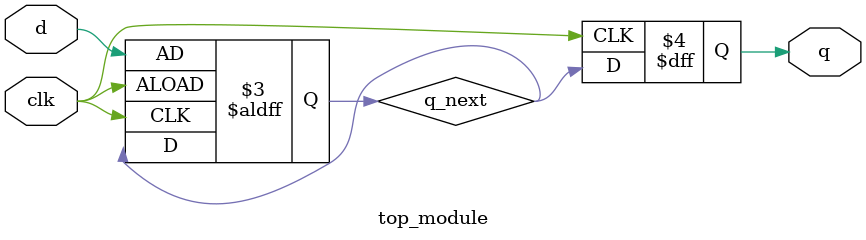
<source format=sv>
module top_module(
    input clk,
    input d,
    output reg q
);

reg q_next;

always @(posedge clk) begin
    q <= q_next;
end

always @(posedge clk, negedge clk) begin
    if (clk) begin
        q_next <= d;
    end
end

endmodule

</source>
